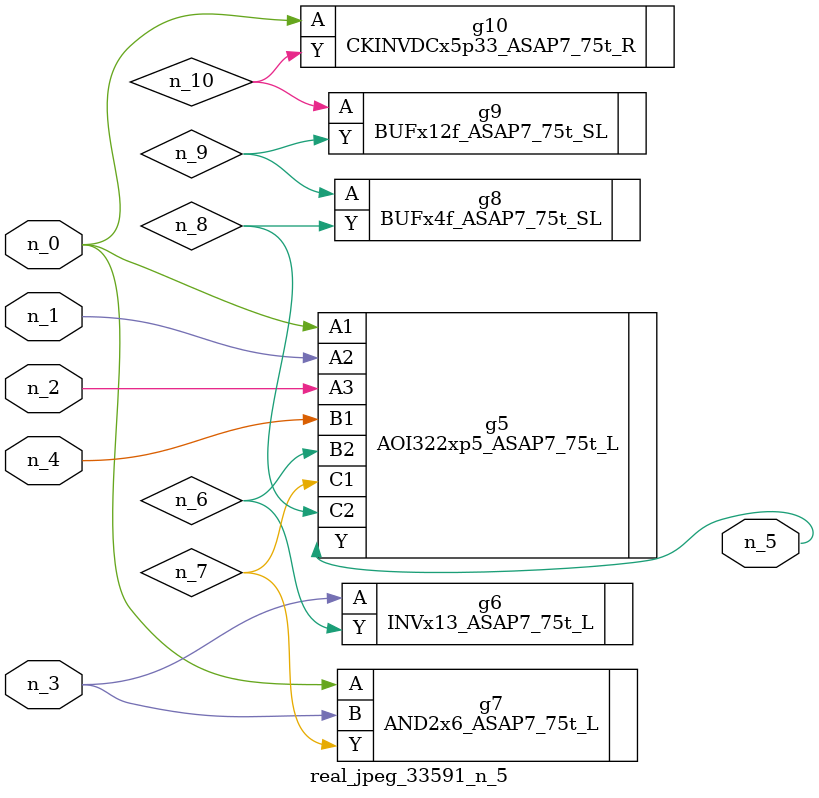
<source format=v>
module real_jpeg_33591_n_5 (n_4, n_0, n_1, n_2, n_3, n_5);

input n_4;
input n_0;
input n_1;
input n_2;
input n_3;

output n_5;

wire n_8;
wire n_6;
wire n_7;
wire n_10;
wire n_9;

AOI322xp5_ASAP7_75t_L g5 ( 
.A1(n_0),
.A2(n_1),
.A3(n_2),
.B1(n_4),
.B2(n_6),
.C1(n_7),
.C2(n_8),
.Y(n_5)
);

AND2x6_ASAP7_75t_L g7 ( 
.A(n_0),
.B(n_3),
.Y(n_7)
);

CKINVDCx5p33_ASAP7_75t_R g10 ( 
.A(n_0),
.Y(n_10)
);

INVx13_ASAP7_75t_L g6 ( 
.A(n_3),
.Y(n_6)
);

BUFx4f_ASAP7_75t_SL g8 ( 
.A(n_9),
.Y(n_8)
);

BUFx12f_ASAP7_75t_SL g9 ( 
.A(n_10),
.Y(n_9)
);


endmodule
</source>
